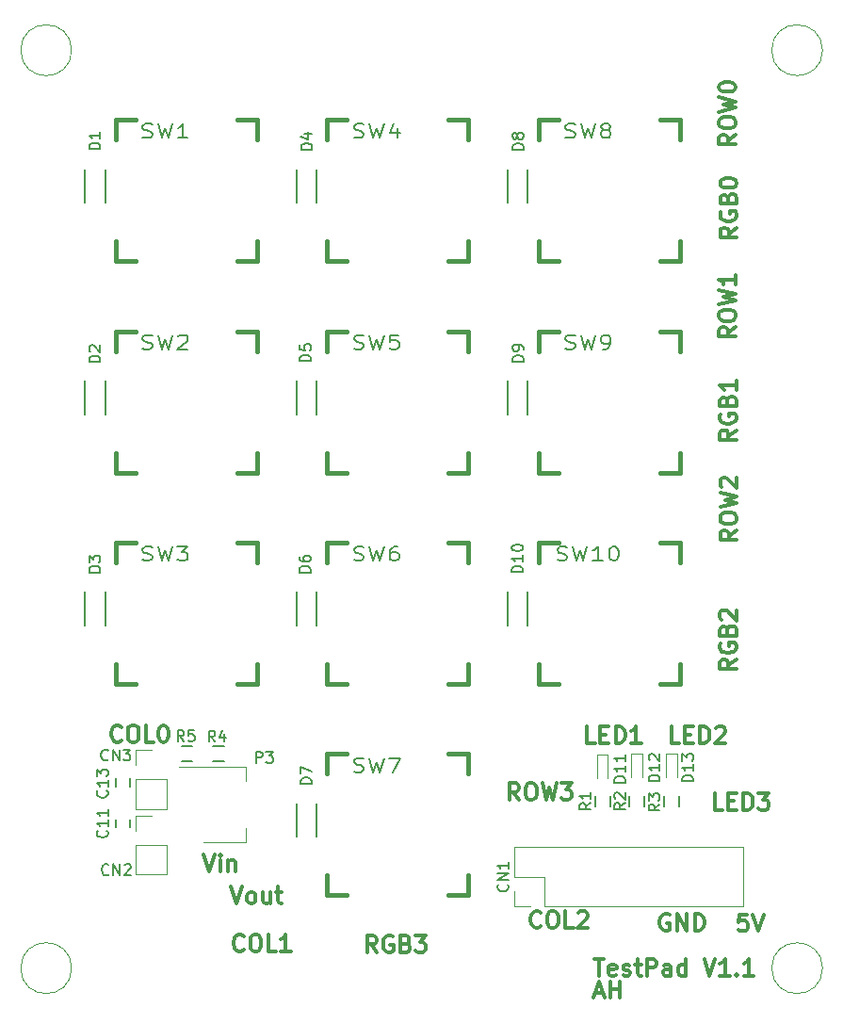
<source format=gbr>
G04 #@! TF.FileFunction,Legend,Top*
%FSLAX46Y46*%
G04 Gerber Fmt 4.6, Leading zero omitted, Abs format (unit mm)*
G04 Created by KiCad (PCBNEW 4.0.5-e0-6337~49~ubuntu16.04.1) date Tue Jan  3 12:00:36 2017*
%MOMM*%
%LPD*%
G01*
G04 APERTURE LIST*
%ADD10C,0.100000*%
%ADD11C,0.300000*%
%ADD12C,0.150000*%
%ADD13C,0.120000*%
%ADD14C,0.381000*%
%ADD15C,0.203200*%
G04 APERTURE END LIST*
D10*
D11*
X163557143Y-122050000D02*
X164271429Y-122050000D01*
X163414286Y-122478571D02*
X163914286Y-120978571D01*
X164414286Y-122478571D01*
X164914286Y-122478571D02*
X164914286Y-120978571D01*
X164914286Y-121692857D02*
X165771429Y-121692857D01*
X165771429Y-122478571D02*
X165771429Y-120978571D01*
X163485715Y-118978571D02*
X164342858Y-118978571D01*
X163914287Y-120478571D02*
X163914287Y-118978571D01*
X165414286Y-120407143D02*
X165271429Y-120478571D01*
X164985715Y-120478571D01*
X164842858Y-120407143D01*
X164771429Y-120264286D01*
X164771429Y-119692857D01*
X164842858Y-119550000D01*
X164985715Y-119478571D01*
X165271429Y-119478571D01*
X165414286Y-119550000D01*
X165485715Y-119692857D01*
X165485715Y-119835714D01*
X164771429Y-119978571D01*
X166057143Y-120407143D02*
X166200000Y-120478571D01*
X166485715Y-120478571D01*
X166628572Y-120407143D01*
X166700000Y-120264286D01*
X166700000Y-120192857D01*
X166628572Y-120050000D01*
X166485715Y-119978571D01*
X166271429Y-119978571D01*
X166128572Y-119907143D01*
X166057143Y-119764286D01*
X166057143Y-119692857D01*
X166128572Y-119550000D01*
X166271429Y-119478571D01*
X166485715Y-119478571D01*
X166628572Y-119550000D01*
X167128572Y-119478571D02*
X167700001Y-119478571D01*
X167342858Y-118978571D02*
X167342858Y-120264286D01*
X167414286Y-120407143D01*
X167557144Y-120478571D01*
X167700001Y-120478571D01*
X168200001Y-120478571D02*
X168200001Y-118978571D01*
X168771429Y-118978571D01*
X168914287Y-119050000D01*
X168985715Y-119121429D01*
X169057144Y-119264286D01*
X169057144Y-119478571D01*
X168985715Y-119621429D01*
X168914287Y-119692857D01*
X168771429Y-119764286D01*
X168200001Y-119764286D01*
X170342858Y-120478571D02*
X170342858Y-119692857D01*
X170271429Y-119550000D01*
X170128572Y-119478571D01*
X169842858Y-119478571D01*
X169700001Y-119550000D01*
X170342858Y-120407143D02*
X170200001Y-120478571D01*
X169842858Y-120478571D01*
X169700001Y-120407143D01*
X169628572Y-120264286D01*
X169628572Y-120121429D01*
X169700001Y-119978571D01*
X169842858Y-119907143D01*
X170200001Y-119907143D01*
X170342858Y-119835714D01*
X171700001Y-120478571D02*
X171700001Y-118978571D01*
X171700001Y-120407143D02*
X171557144Y-120478571D01*
X171271430Y-120478571D01*
X171128572Y-120407143D01*
X171057144Y-120335714D01*
X170985715Y-120192857D01*
X170985715Y-119764286D01*
X171057144Y-119621429D01*
X171128572Y-119550000D01*
X171271430Y-119478571D01*
X171557144Y-119478571D01*
X171700001Y-119550000D01*
X173342858Y-118978571D02*
X173842858Y-120478571D01*
X174342858Y-118978571D01*
X175628572Y-120478571D02*
X174771429Y-120478571D01*
X175200001Y-120478571D02*
X175200001Y-118978571D01*
X175057144Y-119192857D01*
X174914286Y-119335714D01*
X174771429Y-119407143D01*
X176271429Y-120335714D02*
X176342857Y-120407143D01*
X176271429Y-120478571D01*
X176200000Y-120407143D01*
X176271429Y-120335714D01*
X176271429Y-120478571D01*
X177771429Y-120478571D02*
X176914286Y-120478571D01*
X177342858Y-120478571D02*
X177342858Y-118978571D01*
X177200001Y-119192857D01*
X177057143Y-119335714D01*
X176914286Y-119407143D01*
X176178571Y-44892857D02*
X175464286Y-45392857D01*
X176178571Y-45750000D02*
X174678571Y-45750000D01*
X174678571Y-45178572D01*
X174750000Y-45035714D01*
X174821429Y-44964286D01*
X174964286Y-44892857D01*
X175178571Y-44892857D01*
X175321429Y-44964286D01*
X175392857Y-45035714D01*
X175464286Y-45178572D01*
X175464286Y-45750000D01*
X174678571Y-43964286D02*
X174678571Y-43678572D01*
X174750000Y-43535714D01*
X174892857Y-43392857D01*
X175178571Y-43321429D01*
X175678571Y-43321429D01*
X175964286Y-43392857D01*
X176107143Y-43535714D01*
X176178571Y-43678572D01*
X176178571Y-43964286D01*
X176107143Y-44107143D01*
X175964286Y-44250000D01*
X175678571Y-44321429D01*
X175178571Y-44321429D01*
X174892857Y-44250000D01*
X174750000Y-44107143D01*
X174678571Y-43964286D01*
X174678571Y-42821428D02*
X176178571Y-42464285D01*
X175107143Y-42178571D01*
X176178571Y-41892857D01*
X174678571Y-41535714D01*
X174678571Y-40678571D02*
X174678571Y-40535714D01*
X174750000Y-40392857D01*
X174821429Y-40321428D01*
X174964286Y-40249999D01*
X175250000Y-40178571D01*
X175607143Y-40178571D01*
X175892857Y-40249999D01*
X176035714Y-40321428D01*
X176107143Y-40392857D01*
X176178571Y-40535714D01*
X176178571Y-40678571D01*
X176107143Y-40821428D01*
X176035714Y-40892857D01*
X175892857Y-40964285D01*
X175607143Y-41035714D01*
X175250000Y-41035714D01*
X174964286Y-40964285D01*
X174821429Y-40892857D01*
X174750000Y-40821428D01*
X174678571Y-40678571D01*
X176278571Y-53249999D02*
X175564286Y-53749999D01*
X176278571Y-54107142D02*
X174778571Y-54107142D01*
X174778571Y-53535714D01*
X174850000Y-53392856D01*
X174921429Y-53321428D01*
X175064286Y-53249999D01*
X175278571Y-53249999D01*
X175421429Y-53321428D01*
X175492857Y-53392856D01*
X175564286Y-53535714D01*
X175564286Y-54107142D01*
X174850000Y-51821428D02*
X174778571Y-51964285D01*
X174778571Y-52178571D01*
X174850000Y-52392856D01*
X174992857Y-52535714D01*
X175135714Y-52607142D01*
X175421429Y-52678571D01*
X175635714Y-52678571D01*
X175921429Y-52607142D01*
X176064286Y-52535714D01*
X176207143Y-52392856D01*
X176278571Y-52178571D01*
X176278571Y-52035714D01*
X176207143Y-51821428D01*
X176135714Y-51749999D01*
X175635714Y-51749999D01*
X175635714Y-52035714D01*
X175492857Y-50607142D02*
X175564286Y-50392856D01*
X175635714Y-50321428D01*
X175778571Y-50249999D01*
X175992857Y-50249999D01*
X176135714Y-50321428D01*
X176207143Y-50392856D01*
X176278571Y-50535714D01*
X176278571Y-51107142D01*
X174778571Y-51107142D01*
X174778571Y-50607142D01*
X174850000Y-50464285D01*
X174921429Y-50392856D01*
X175064286Y-50321428D01*
X175207143Y-50321428D01*
X175350000Y-50392856D01*
X175421429Y-50464285D01*
X175492857Y-50607142D01*
X175492857Y-51107142D01*
X174778571Y-49321428D02*
X174778571Y-49178571D01*
X174850000Y-49035714D01*
X174921429Y-48964285D01*
X175064286Y-48892856D01*
X175350000Y-48821428D01*
X175707143Y-48821428D01*
X175992857Y-48892856D01*
X176135714Y-48964285D01*
X176207143Y-49035714D01*
X176278571Y-49178571D01*
X176278571Y-49321428D01*
X176207143Y-49464285D01*
X176135714Y-49535714D01*
X175992857Y-49607142D01*
X175707143Y-49678571D01*
X175350000Y-49678571D01*
X175064286Y-49607142D01*
X174921429Y-49535714D01*
X174850000Y-49464285D01*
X174778571Y-49321428D01*
X176178571Y-62192857D02*
X175464286Y-62692857D01*
X176178571Y-63050000D02*
X174678571Y-63050000D01*
X174678571Y-62478572D01*
X174750000Y-62335714D01*
X174821429Y-62264286D01*
X174964286Y-62192857D01*
X175178571Y-62192857D01*
X175321429Y-62264286D01*
X175392857Y-62335714D01*
X175464286Y-62478572D01*
X175464286Y-63050000D01*
X174678571Y-61264286D02*
X174678571Y-60978572D01*
X174750000Y-60835714D01*
X174892857Y-60692857D01*
X175178571Y-60621429D01*
X175678571Y-60621429D01*
X175964286Y-60692857D01*
X176107143Y-60835714D01*
X176178571Y-60978572D01*
X176178571Y-61264286D01*
X176107143Y-61407143D01*
X175964286Y-61550000D01*
X175678571Y-61621429D01*
X175178571Y-61621429D01*
X174892857Y-61550000D01*
X174750000Y-61407143D01*
X174678571Y-61264286D01*
X174678571Y-60121428D02*
X176178571Y-59764285D01*
X175107143Y-59478571D01*
X176178571Y-59192857D01*
X174678571Y-58835714D01*
X176178571Y-57478571D02*
X176178571Y-58335714D01*
X176178571Y-57907142D02*
X174678571Y-57907142D01*
X174892857Y-58049999D01*
X175035714Y-58192857D01*
X175107143Y-58335714D01*
X176228571Y-71449999D02*
X175514286Y-71949999D01*
X176228571Y-72307142D02*
X174728571Y-72307142D01*
X174728571Y-71735714D01*
X174800000Y-71592856D01*
X174871429Y-71521428D01*
X175014286Y-71449999D01*
X175228571Y-71449999D01*
X175371429Y-71521428D01*
X175442857Y-71592856D01*
X175514286Y-71735714D01*
X175514286Y-72307142D01*
X174800000Y-70021428D02*
X174728571Y-70164285D01*
X174728571Y-70378571D01*
X174800000Y-70592856D01*
X174942857Y-70735714D01*
X175085714Y-70807142D01*
X175371429Y-70878571D01*
X175585714Y-70878571D01*
X175871429Y-70807142D01*
X176014286Y-70735714D01*
X176157143Y-70592856D01*
X176228571Y-70378571D01*
X176228571Y-70235714D01*
X176157143Y-70021428D01*
X176085714Y-69949999D01*
X175585714Y-69949999D01*
X175585714Y-70235714D01*
X175442857Y-68807142D02*
X175514286Y-68592856D01*
X175585714Y-68521428D01*
X175728571Y-68449999D01*
X175942857Y-68449999D01*
X176085714Y-68521428D01*
X176157143Y-68592856D01*
X176228571Y-68735714D01*
X176228571Y-69307142D01*
X174728571Y-69307142D01*
X174728571Y-68807142D01*
X174800000Y-68664285D01*
X174871429Y-68592856D01*
X175014286Y-68521428D01*
X175157143Y-68521428D01*
X175300000Y-68592856D01*
X175371429Y-68664285D01*
X175442857Y-68807142D01*
X175442857Y-69307142D01*
X176228571Y-67021428D02*
X176228571Y-67878571D01*
X176228571Y-67449999D02*
X174728571Y-67449999D01*
X174942857Y-67592856D01*
X175085714Y-67735714D01*
X175157143Y-67878571D01*
X176278571Y-80442857D02*
X175564286Y-80942857D01*
X176278571Y-81300000D02*
X174778571Y-81300000D01*
X174778571Y-80728572D01*
X174850000Y-80585714D01*
X174921429Y-80514286D01*
X175064286Y-80442857D01*
X175278571Y-80442857D01*
X175421429Y-80514286D01*
X175492857Y-80585714D01*
X175564286Y-80728572D01*
X175564286Y-81300000D01*
X174778571Y-79514286D02*
X174778571Y-79228572D01*
X174850000Y-79085714D01*
X174992857Y-78942857D01*
X175278571Y-78871429D01*
X175778571Y-78871429D01*
X176064286Y-78942857D01*
X176207143Y-79085714D01*
X176278571Y-79228572D01*
X176278571Y-79514286D01*
X176207143Y-79657143D01*
X176064286Y-79800000D01*
X175778571Y-79871429D01*
X175278571Y-79871429D01*
X174992857Y-79800000D01*
X174850000Y-79657143D01*
X174778571Y-79514286D01*
X174778571Y-78371428D02*
X176278571Y-78014285D01*
X175207143Y-77728571D01*
X176278571Y-77442857D01*
X174778571Y-77085714D01*
X174921429Y-76585714D02*
X174850000Y-76514285D01*
X174778571Y-76371428D01*
X174778571Y-76014285D01*
X174850000Y-75871428D01*
X174921429Y-75799999D01*
X175064286Y-75728571D01*
X175207143Y-75728571D01*
X175421429Y-75799999D01*
X176278571Y-76657142D01*
X176278571Y-75728571D01*
X176228571Y-92049999D02*
X175514286Y-92549999D01*
X176228571Y-92907142D02*
X174728571Y-92907142D01*
X174728571Y-92335714D01*
X174800000Y-92192856D01*
X174871429Y-92121428D01*
X175014286Y-92049999D01*
X175228571Y-92049999D01*
X175371429Y-92121428D01*
X175442857Y-92192856D01*
X175514286Y-92335714D01*
X175514286Y-92907142D01*
X174800000Y-90621428D02*
X174728571Y-90764285D01*
X174728571Y-90978571D01*
X174800000Y-91192856D01*
X174942857Y-91335714D01*
X175085714Y-91407142D01*
X175371429Y-91478571D01*
X175585714Y-91478571D01*
X175871429Y-91407142D01*
X176014286Y-91335714D01*
X176157143Y-91192856D01*
X176228571Y-90978571D01*
X176228571Y-90835714D01*
X176157143Y-90621428D01*
X176085714Y-90549999D01*
X175585714Y-90549999D01*
X175585714Y-90835714D01*
X175442857Y-89407142D02*
X175514286Y-89192856D01*
X175585714Y-89121428D01*
X175728571Y-89049999D01*
X175942857Y-89049999D01*
X176085714Y-89121428D01*
X176157143Y-89192856D01*
X176228571Y-89335714D01*
X176228571Y-89907142D01*
X174728571Y-89907142D01*
X174728571Y-89407142D01*
X174800000Y-89264285D01*
X174871429Y-89192856D01*
X175014286Y-89121428D01*
X175157143Y-89121428D01*
X175300000Y-89192856D01*
X175371429Y-89264285D01*
X175442857Y-89407142D01*
X175442857Y-89907142D01*
X174871429Y-88478571D02*
X174800000Y-88407142D01*
X174728571Y-88264285D01*
X174728571Y-87907142D01*
X174800000Y-87764285D01*
X174871429Y-87692856D01*
X175014286Y-87621428D01*
X175157143Y-87621428D01*
X175371429Y-87692856D01*
X176228571Y-88549999D01*
X176228571Y-87621428D01*
X131957143Y-118135714D02*
X131885714Y-118207143D01*
X131671428Y-118278571D01*
X131528571Y-118278571D01*
X131314286Y-118207143D01*
X131171428Y-118064286D01*
X131100000Y-117921429D01*
X131028571Y-117635714D01*
X131028571Y-117421429D01*
X131100000Y-117135714D01*
X131171428Y-116992857D01*
X131314286Y-116850000D01*
X131528571Y-116778571D01*
X131671428Y-116778571D01*
X131885714Y-116850000D01*
X131957143Y-116921429D01*
X132885714Y-116778571D02*
X133171428Y-116778571D01*
X133314286Y-116850000D01*
X133457143Y-116992857D01*
X133528571Y-117278571D01*
X133528571Y-117778571D01*
X133457143Y-118064286D01*
X133314286Y-118207143D01*
X133171428Y-118278571D01*
X132885714Y-118278571D01*
X132742857Y-118207143D01*
X132600000Y-118064286D01*
X132528571Y-117778571D01*
X132528571Y-117278571D01*
X132600000Y-116992857D01*
X132742857Y-116850000D01*
X132885714Y-116778571D01*
X134885715Y-118278571D02*
X134171429Y-118278571D01*
X134171429Y-116778571D01*
X136171429Y-118278571D02*
X135314286Y-118278571D01*
X135742858Y-118278571D02*
X135742858Y-116778571D01*
X135600001Y-116992857D01*
X135457143Y-117135714D01*
X135314286Y-117207143D01*
X143900001Y-118378571D02*
X143400001Y-117664286D01*
X143042858Y-118378571D02*
X143042858Y-116878571D01*
X143614286Y-116878571D01*
X143757144Y-116950000D01*
X143828572Y-117021429D01*
X143900001Y-117164286D01*
X143900001Y-117378571D01*
X143828572Y-117521429D01*
X143757144Y-117592857D01*
X143614286Y-117664286D01*
X143042858Y-117664286D01*
X145328572Y-116950000D02*
X145185715Y-116878571D01*
X144971429Y-116878571D01*
X144757144Y-116950000D01*
X144614286Y-117092857D01*
X144542858Y-117235714D01*
X144471429Y-117521429D01*
X144471429Y-117735714D01*
X144542858Y-118021429D01*
X144614286Y-118164286D01*
X144757144Y-118307143D01*
X144971429Y-118378571D01*
X145114286Y-118378571D01*
X145328572Y-118307143D01*
X145400001Y-118235714D01*
X145400001Y-117735714D01*
X145114286Y-117735714D01*
X146542858Y-117592857D02*
X146757144Y-117664286D01*
X146828572Y-117735714D01*
X146900001Y-117878571D01*
X146900001Y-118092857D01*
X146828572Y-118235714D01*
X146757144Y-118307143D01*
X146614286Y-118378571D01*
X146042858Y-118378571D01*
X146042858Y-116878571D01*
X146542858Y-116878571D01*
X146685715Y-116950000D01*
X146757144Y-117021429D01*
X146828572Y-117164286D01*
X146828572Y-117307143D01*
X146757144Y-117450000D01*
X146685715Y-117521429D01*
X146542858Y-117592857D01*
X146042858Y-117592857D01*
X147400001Y-116878571D02*
X148328572Y-116878571D01*
X147828572Y-117450000D01*
X148042858Y-117450000D01*
X148185715Y-117521429D01*
X148257144Y-117592857D01*
X148328572Y-117735714D01*
X148328572Y-118092857D01*
X148257144Y-118235714D01*
X148185715Y-118307143D01*
X148042858Y-118378571D01*
X147614286Y-118378571D01*
X147471429Y-118307143D01*
X147400001Y-118235714D01*
X158657143Y-116035714D02*
X158585714Y-116107143D01*
X158371428Y-116178571D01*
X158228571Y-116178571D01*
X158014286Y-116107143D01*
X157871428Y-115964286D01*
X157800000Y-115821429D01*
X157728571Y-115535714D01*
X157728571Y-115321429D01*
X157800000Y-115035714D01*
X157871428Y-114892857D01*
X158014286Y-114750000D01*
X158228571Y-114678571D01*
X158371428Y-114678571D01*
X158585714Y-114750000D01*
X158657143Y-114821429D01*
X159585714Y-114678571D02*
X159871428Y-114678571D01*
X160014286Y-114750000D01*
X160157143Y-114892857D01*
X160228571Y-115178571D01*
X160228571Y-115678571D01*
X160157143Y-115964286D01*
X160014286Y-116107143D01*
X159871428Y-116178571D01*
X159585714Y-116178571D01*
X159442857Y-116107143D01*
X159300000Y-115964286D01*
X159228571Y-115678571D01*
X159228571Y-115178571D01*
X159300000Y-114892857D01*
X159442857Y-114750000D01*
X159585714Y-114678571D01*
X161585715Y-116178571D02*
X160871429Y-116178571D01*
X160871429Y-114678571D01*
X162014286Y-114821429D02*
X162085715Y-114750000D01*
X162228572Y-114678571D01*
X162585715Y-114678571D01*
X162728572Y-114750000D01*
X162800001Y-114821429D01*
X162871429Y-114964286D01*
X162871429Y-115107143D01*
X162800001Y-115321429D01*
X161942858Y-116178571D01*
X162871429Y-116178571D01*
X170207143Y-115000000D02*
X170064286Y-114928571D01*
X169850000Y-114928571D01*
X169635715Y-115000000D01*
X169492857Y-115142857D01*
X169421429Y-115285714D01*
X169350000Y-115571429D01*
X169350000Y-115785714D01*
X169421429Y-116071429D01*
X169492857Y-116214286D01*
X169635715Y-116357143D01*
X169850000Y-116428571D01*
X169992857Y-116428571D01*
X170207143Y-116357143D01*
X170278572Y-116285714D01*
X170278572Y-115785714D01*
X169992857Y-115785714D01*
X170921429Y-116428571D02*
X170921429Y-114928571D01*
X171778572Y-116428571D01*
X171778572Y-114928571D01*
X172492858Y-116428571D02*
X172492858Y-114928571D01*
X172850001Y-114928571D01*
X173064286Y-115000000D01*
X173207144Y-115142857D01*
X173278572Y-115285714D01*
X173350001Y-115571429D01*
X173350001Y-115785714D01*
X173278572Y-116071429D01*
X173207144Y-116214286D01*
X173064286Y-116357143D01*
X172850001Y-116428571D01*
X172492858Y-116428571D01*
X177214287Y-114978571D02*
X176500001Y-114978571D01*
X176428572Y-115692857D01*
X176500001Y-115621429D01*
X176642858Y-115550000D01*
X177000001Y-115550000D01*
X177142858Y-115621429D01*
X177214287Y-115692857D01*
X177285715Y-115835714D01*
X177285715Y-116192857D01*
X177214287Y-116335714D01*
X177142858Y-116407143D01*
X177000001Y-116478571D01*
X176642858Y-116478571D01*
X176500001Y-116407143D01*
X176428572Y-116335714D01*
X177714286Y-114978571D02*
X178214286Y-116478571D01*
X178714286Y-114978571D01*
X156707143Y-104678571D02*
X156207143Y-103964286D01*
X155850000Y-104678571D02*
X155850000Y-103178571D01*
X156421428Y-103178571D01*
X156564286Y-103250000D01*
X156635714Y-103321429D01*
X156707143Y-103464286D01*
X156707143Y-103678571D01*
X156635714Y-103821429D01*
X156564286Y-103892857D01*
X156421428Y-103964286D01*
X155850000Y-103964286D01*
X157635714Y-103178571D02*
X157921428Y-103178571D01*
X158064286Y-103250000D01*
X158207143Y-103392857D01*
X158278571Y-103678571D01*
X158278571Y-104178571D01*
X158207143Y-104464286D01*
X158064286Y-104607143D01*
X157921428Y-104678571D01*
X157635714Y-104678571D01*
X157492857Y-104607143D01*
X157350000Y-104464286D01*
X157278571Y-104178571D01*
X157278571Y-103678571D01*
X157350000Y-103392857D01*
X157492857Y-103250000D01*
X157635714Y-103178571D01*
X158778572Y-103178571D02*
X159135715Y-104678571D01*
X159421429Y-103607143D01*
X159707143Y-104678571D01*
X160064286Y-103178571D01*
X160492858Y-103178571D02*
X161421429Y-103178571D01*
X160921429Y-103750000D01*
X161135715Y-103750000D01*
X161278572Y-103821429D01*
X161350001Y-103892857D01*
X161421429Y-104035714D01*
X161421429Y-104392857D01*
X161350001Y-104535714D01*
X161278572Y-104607143D01*
X161135715Y-104678571D01*
X160707143Y-104678571D01*
X160564286Y-104607143D01*
X160492858Y-104535714D01*
X175021429Y-105578571D02*
X174307143Y-105578571D01*
X174307143Y-104078571D01*
X175521429Y-104792857D02*
X176021429Y-104792857D01*
X176235715Y-105578571D02*
X175521429Y-105578571D01*
X175521429Y-104078571D01*
X176235715Y-104078571D01*
X176878572Y-105578571D02*
X176878572Y-104078571D01*
X177235715Y-104078571D01*
X177450000Y-104150000D01*
X177592858Y-104292857D01*
X177664286Y-104435714D01*
X177735715Y-104721429D01*
X177735715Y-104935714D01*
X177664286Y-105221429D01*
X177592858Y-105364286D01*
X177450000Y-105507143D01*
X177235715Y-105578571D01*
X176878572Y-105578571D01*
X178235715Y-104078571D02*
X179164286Y-104078571D01*
X178664286Y-104650000D01*
X178878572Y-104650000D01*
X179021429Y-104721429D01*
X179092858Y-104792857D01*
X179164286Y-104935714D01*
X179164286Y-105292857D01*
X179092858Y-105435714D01*
X179021429Y-105507143D01*
X178878572Y-105578571D01*
X178450000Y-105578571D01*
X178307143Y-105507143D01*
X178235715Y-105435714D01*
X163521429Y-99578571D02*
X162807143Y-99578571D01*
X162807143Y-98078571D01*
X164021429Y-98792857D02*
X164521429Y-98792857D01*
X164735715Y-99578571D02*
X164021429Y-99578571D01*
X164021429Y-98078571D01*
X164735715Y-98078571D01*
X165378572Y-99578571D02*
X165378572Y-98078571D01*
X165735715Y-98078571D01*
X165950000Y-98150000D01*
X166092858Y-98292857D01*
X166164286Y-98435714D01*
X166235715Y-98721429D01*
X166235715Y-98935714D01*
X166164286Y-99221429D01*
X166092858Y-99364286D01*
X165950000Y-99507143D01*
X165735715Y-99578571D01*
X165378572Y-99578571D01*
X167664286Y-99578571D02*
X166807143Y-99578571D01*
X167235715Y-99578571D02*
X167235715Y-98078571D01*
X167092858Y-98292857D01*
X166950000Y-98435714D01*
X166807143Y-98507143D01*
X171121429Y-99578571D02*
X170407143Y-99578571D01*
X170407143Y-98078571D01*
X171621429Y-98792857D02*
X172121429Y-98792857D01*
X172335715Y-99578571D02*
X171621429Y-99578571D01*
X171621429Y-98078571D01*
X172335715Y-98078571D01*
X172978572Y-99578571D02*
X172978572Y-98078571D01*
X173335715Y-98078571D01*
X173550000Y-98150000D01*
X173692858Y-98292857D01*
X173764286Y-98435714D01*
X173835715Y-98721429D01*
X173835715Y-98935714D01*
X173764286Y-99221429D01*
X173692858Y-99364286D01*
X173550000Y-99507143D01*
X173335715Y-99578571D01*
X172978572Y-99578571D01*
X174407143Y-98221429D02*
X174478572Y-98150000D01*
X174621429Y-98078571D01*
X174978572Y-98078571D01*
X175121429Y-98150000D01*
X175192858Y-98221429D01*
X175264286Y-98364286D01*
X175264286Y-98507143D01*
X175192858Y-98721429D01*
X174335715Y-99578571D01*
X175264286Y-99578571D01*
X120957143Y-99335714D02*
X120885714Y-99407143D01*
X120671428Y-99478571D01*
X120528571Y-99478571D01*
X120314286Y-99407143D01*
X120171428Y-99264286D01*
X120100000Y-99121429D01*
X120028571Y-98835714D01*
X120028571Y-98621429D01*
X120100000Y-98335714D01*
X120171428Y-98192857D01*
X120314286Y-98050000D01*
X120528571Y-97978571D01*
X120671428Y-97978571D01*
X120885714Y-98050000D01*
X120957143Y-98121429D01*
X121885714Y-97978571D02*
X122171428Y-97978571D01*
X122314286Y-98050000D01*
X122457143Y-98192857D01*
X122528571Y-98478571D01*
X122528571Y-98978571D01*
X122457143Y-99264286D01*
X122314286Y-99407143D01*
X122171428Y-99478571D01*
X121885714Y-99478571D01*
X121742857Y-99407143D01*
X121600000Y-99264286D01*
X121528571Y-98978571D01*
X121528571Y-98478571D01*
X121600000Y-98192857D01*
X121742857Y-98050000D01*
X121885714Y-97978571D01*
X123885715Y-99478571D02*
X123171429Y-99478571D01*
X123171429Y-97978571D01*
X124671429Y-97978571D02*
X124814286Y-97978571D01*
X124957143Y-98050000D01*
X125028572Y-98121429D01*
X125100001Y-98264286D01*
X125171429Y-98550000D01*
X125171429Y-98907143D01*
X125100001Y-99192857D01*
X125028572Y-99335714D01*
X124957143Y-99407143D01*
X124814286Y-99478571D01*
X124671429Y-99478571D01*
X124528572Y-99407143D01*
X124457143Y-99335714D01*
X124385715Y-99192857D01*
X124314286Y-98907143D01*
X124314286Y-98550000D01*
X124385715Y-98264286D01*
X124457143Y-98121429D01*
X124528572Y-98050000D01*
X124671429Y-97978571D01*
X130814286Y-112478571D02*
X131314286Y-113978571D01*
X131814286Y-112478571D01*
X132528572Y-113978571D02*
X132385714Y-113907143D01*
X132314286Y-113835714D01*
X132242857Y-113692857D01*
X132242857Y-113264286D01*
X132314286Y-113121429D01*
X132385714Y-113050000D01*
X132528572Y-112978571D01*
X132742857Y-112978571D01*
X132885714Y-113050000D01*
X132957143Y-113121429D01*
X133028572Y-113264286D01*
X133028572Y-113692857D01*
X132957143Y-113835714D01*
X132885714Y-113907143D01*
X132742857Y-113978571D01*
X132528572Y-113978571D01*
X134314286Y-112978571D02*
X134314286Y-113978571D01*
X133671429Y-112978571D02*
X133671429Y-113764286D01*
X133742857Y-113907143D01*
X133885715Y-113978571D01*
X134100000Y-113978571D01*
X134242857Y-113907143D01*
X134314286Y-113835714D01*
X134814286Y-112978571D02*
X135385715Y-112978571D01*
X135028572Y-112478571D02*
X135028572Y-113764286D01*
X135100000Y-113907143D01*
X135242858Y-113978571D01*
X135385715Y-113978571D01*
X128364286Y-109578571D02*
X128864286Y-111078571D01*
X129364286Y-109578571D01*
X129864286Y-111078571D02*
X129864286Y-110078571D01*
X129864286Y-109578571D02*
X129792857Y-109650000D01*
X129864286Y-109721429D01*
X129935714Y-109650000D01*
X129864286Y-109578571D01*
X129864286Y-109721429D01*
X130578572Y-110078571D02*
X130578572Y-111078571D01*
X130578572Y-110221429D02*
X130650000Y-110150000D01*
X130792858Y-110078571D01*
X131007143Y-110078571D01*
X131150000Y-110150000D01*
X131221429Y-110292857D01*
X131221429Y-111078571D01*
D12*
X164875000Y-104300000D02*
X164875000Y-105300000D01*
X163525000Y-105300000D02*
X163525000Y-104300000D01*
X120500000Y-107150000D02*
X120500000Y-106450000D01*
X121700000Y-106450000D02*
X121700000Y-107150000D01*
X121700000Y-102750000D02*
X121700000Y-103450000D01*
X120500000Y-103450000D02*
X120500000Y-102750000D01*
X119500000Y-51000000D02*
X119500000Y-48000000D01*
X117700000Y-51000000D02*
X117700000Y-48000000D01*
X119500000Y-70000000D02*
X119500000Y-67000000D01*
X117700000Y-70000000D02*
X117700000Y-67000000D01*
X119500000Y-89000000D02*
X119500000Y-86000000D01*
X117700000Y-89000000D02*
X117700000Y-86000000D01*
X138500000Y-51000000D02*
X138500000Y-48000000D01*
X136700000Y-51000000D02*
X136700000Y-48000000D01*
X138500000Y-70000000D02*
X138500000Y-67000000D01*
X136700000Y-70000000D02*
X136700000Y-67000000D01*
X138500000Y-89000000D02*
X138500000Y-86000000D01*
X136700000Y-89000000D02*
X136700000Y-86000000D01*
X138500000Y-108000000D02*
X138500000Y-105000000D01*
X136700000Y-108000000D02*
X136700000Y-105000000D01*
X157500000Y-51000000D02*
X157500000Y-48000000D01*
X155700000Y-51000000D02*
X155700000Y-48000000D01*
X157500000Y-70000000D02*
X157500000Y-67000000D01*
X155700000Y-70000000D02*
X155700000Y-67000000D01*
X157500000Y-89000000D02*
X157500000Y-86000000D01*
X155700000Y-89000000D02*
X155700000Y-86000000D01*
D13*
X164700000Y-100600000D02*
X163700000Y-100600000D01*
X163700000Y-100600000D02*
X163700000Y-102700000D01*
X164700000Y-100600000D02*
X164700000Y-102700000D01*
X167800000Y-100500000D02*
X166800000Y-100500000D01*
X166800000Y-100500000D02*
X166800000Y-102600000D01*
X167800000Y-100500000D02*
X167800000Y-102600000D01*
X170900000Y-100500000D02*
X169900000Y-100500000D01*
X169900000Y-100500000D02*
X169900000Y-102600000D01*
X170900000Y-100500000D02*
X170900000Y-102600000D01*
X132110000Y-108510000D02*
X132110000Y-107250000D01*
X132110000Y-101690000D02*
X132110000Y-102950000D01*
X128350000Y-108510000D02*
X132110000Y-108510000D01*
X126100000Y-101690000D02*
X132110000Y-101690000D01*
D12*
X167975000Y-104300000D02*
X167975000Y-105300000D01*
X166625000Y-105300000D02*
X166625000Y-104300000D01*
X171075000Y-104300000D02*
X171075000Y-105300000D01*
X169725000Y-105300000D02*
X169725000Y-104300000D01*
X129200000Y-99825000D02*
X130200000Y-99825000D01*
X130200000Y-101175000D02*
X129200000Y-101175000D01*
X126350000Y-99825000D02*
X127350000Y-99825000D01*
X127350000Y-101175000D02*
X126350000Y-101175000D01*
D13*
X158970000Y-114240000D02*
X176870000Y-114240000D01*
X176870000Y-114240000D02*
X176870000Y-108920000D01*
X176870000Y-108920000D02*
X156310000Y-108920000D01*
X156310000Y-108920000D02*
X156310000Y-111580000D01*
X156310000Y-111580000D02*
X158970000Y-111580000D01*
X158970000Y-111580000D02*
X158970000Y-114240000D01*
X157700000Y-114240000D02*
X156310000Y-114240000D01*
X156310000Y-114240000D02*
X156310000Y-112850000D01*
X122260000Y-108730000D02*
X122260000Y-111390000D01*
X122260000Y-111390000D02*
X125040000Y-111390000D01*
X125040000Y-111390000D02*
X125040000Y-108730000D01*
X125040000Y-108730000D02*
X122260000Y-108730000D01*
X122260000Y-107460000D02*
X122260000Y-106070000D01*
X122260000Y-106070000D02*
X123650000Y-106070000D01*
X122260000Y-102830000D02*
X122260000Y-105490000D01*
X122260000Y-105490000D02*
X125040000Y-105490000D01*
X125040000Y-105490000D02*
X125040000Y-102830000D01*
X125040000Y-102830000D02*
X122260000Y-102830000D01*
X122260000Y-101560000D02*
X122260000Y-100170000D01*
X122260000Y-100170000D02*
X123650000Y-100170000D01*
X116486000Y-37300000D02*
G75*
G03X116486000Y-37300000I-2286000J0D01*
G01*
X116486000Y-119800000D02*
G75*
G03X116486000Y-119800000I-2286000J0D01*
G01*
X183986000Y-119800000D02*
G75*
G03X183986000Y-119800000I-2286000J0D01*
G01*
X183986000Y-37300000D02*
G75*
G03X183986000Y-37300000I-2286000J0D01*
G01*
D14*
X158450000Y-62550000D02*
X160228000Y-62550000D01*
X169372000Y-62550000D02*
X171150000Y-62550000D01*
X171150000Y-62550000D02*
X171150000Y-64328000D01*
X171150000Y-73472000D02*
X171150000Y-75250000D01*
X171150000Y-75250000D02*
X169372000Y-75250000D01*
X160228000Y-75250000D02*
X158450000Y-75250000D01*
X158450000Y-75250000D02*
X158450000Y-73472000D01*
X158450000Y-64328000D02*
X158450000Y-62550000D01*
X139450000Y-62550000D02*
X141228000Y-62550000D01*
X150372000Y-62550000D02*
X152150000Y-62550000D01*
X152150000Y-62550000D02*
X152150000Y-64328000D01*
X152150000Y-73472000D02*
X152150000Y-75250000D01*
X152150000Y-75250000D02*
X150372000Y-75250000D01*
X141228000Y-75250000D02*
X139450000Y-75250000D01*
X139450000Y-75250000D02*
X139450000Y-73472000D01*
X139450000Y-64328000D02*
X139450000Y-62550000D01*
X120450000Y-62550000D02*
X122228000Y-62550000D01*
X131372000Y-62550000D02*
X133150000Y-62550000D01*
X133150000Y-62550000D02*
X133150000Y-64328000D01*
X133150000Y-73472000D02*
X133150000Y-75250000D01*
X133150000Y-75250000D02*
X131372000Y-75250000D01*
X122228000Y-75250000D02*
X120450000Y-75250000D01*
X120450000Y-75250000D02*
X120450000Y-73472000D01*
X120450000Y-64328000D02*
X120450000Y-62550000D01*
X120450000Y-43550000D02*
X122228000Y-43550000D01*
X131372000Y-43550000D02*
X133150000Y-43550000D01*
X133150000Y-43550000D02*
X133150000Y-45328000D01*
X133150000Y-54472000D02*
X133150000Y-56250000D01*
X133150000Y-56250000D02*
X131372000Y-56250000D01*
X122228000Y-56250000D02*
X120450000Y-56250000D01*
X120450000Y-56250000D02*
X120450000Y-54472000D01*
X120450000Y-45328000D02*
X120450000Y-43550000D01*
X139450000Y-43550000D02*
X141228000Y-43550000D01*
X150372000Y-43550000D02*
X152150000Y-43550000D01*
X152150000Y-43550000D02*
X152150000Y-45328000D01*
X152150000Y-54472000D02*
X152150000Y-56250000D01*
X152150000Y-56250000D02*
X150372000Y-56250000D01*
X141228000Y-56250000D02*
X139450000Y-56250000D01*
X139450000Y-56250000D02*
X139450000Y-54472000D01*
X139450000Y-45328000D02*
X139450000Y-43550000D01*
X158450000Y-43550000D02*
X160228000Y-43550000D01*
X169372000Y-43550000D02*
X171150000Y-43550000D01*
X171150000Y-43550000D02*
X171150000Y-45328000D01*
X171150000Y-54472000D02*
X171150000Y-56250000D01*
X171150000Y-56250000D02*
X169372000Y-56250000D01*
X160228000Y-56250000D02*
X158450000Y-56250000D01*
X158450000Y-56250000D02*
X158450000Y-54472000D01*
X158450000Y-45328000D02*
X158450000Y-43550000D01*
X158450000Y-81550000D02*
X160228000Y-81550000D01*
X169372000Y-81550000D02*
X171150000Y-81550000D01*
X171150000Y-81550000D02*
X171150000Y-83328000D01*
X171150000Y-92472000D02*
X171150000Y-94250000D01*
X171150000Y-94250000D02*
X169372000Y-94250000D01*
X160228000Y-94250000D02*
X158450000Y-94250000D01*
X158450000Y-94250000D02*
X158450000Y-92472000D01*
X158450000Y-83328000D02*
X158450000Y-81550000D01*
X139450000Y-81550000D02*
X141228000Y-81550000D01*
X150372000Y-81550000D02*
X152150000Y-81550000D01*
X152150000Y-81550000D02*
X152150000Y-83328000D01*
X152150000Y-92472000D02*
X152150000Y-94250000D01*
X152150000Y-94250000D02*
X150372000Y-94250000D01*
X141228000Y-94250000D02*
X139450000Y-94250000D01*
X139450000Y-94250000D02*
X139450000Y-92472000D01*
X139450000Y-83328000D02*
X139450000Y-81550000D01*
X120450000Y-81550000D02*
X122228000Y-81550000D01*
X131372000Y-81550000D02*
X133150000Y-81550000D01*
X133150000Y-81550000D02*
X133150000Y-83328000D01*
X133150000Y-92472000D02*
X133150000Y-94250000D01*
X133150000Y-94250000D02*
X131372000Y-94250000D01*
X122228000Y-94250000D02*
X120450000Y-94250000D01*
X120450000Y-94250000D02*
X120450000Y-92472000D01*
X120450000Y-83328000D02*
X120450000Y-81550000D01*
X139450000Y-100550000D02*
X141228000Y-100550000D01*
X150372000Y-100550000D02*
X152150000Y-100550000D01*
X152150000Y-100550000D02*
X152150000Y-102328000D01*
X152150000Y-111472000D02*
X152150000Y-113250000D01*
X152150000Y-113250000D02*
X150372000Y-113250000D01*
X141228000Y-113250000D02*
X139450000Y-113250000D01*
X139450000Y-113250000D02*
X139450000Y-111472000D01*
X139450000Y-102328000D02*
X139450000Y-100550000D01*
D12*
X163152381Y-104966666D02*
X162676190Y-105300000D01*
X163152381Y-105538095D02*
X162152381Y-105538095D01*
X162152381Y-105157142D01*
X162200000Y-105061904D01*
X162247619Y-105014285D01*
X162342857Y-104966666D01*
X162485714Y-104966666D01*
X162580952Y-105014285D01*
X162628571Y-105061904D01*
X162676190Y-105157142D01*
X162676190Y-105538095D01*
X163152381Y-104014285D02*
X163152381Y-104585714D01*
X163152381Y-104300000D02*
X162152381Y-104300000D01*
X162295238Y-104395238D01*
X162390476Y-104490476D01*
X162438095Y-104585714D01*
X119657143Y-107442857D02*
X119704762Y-107490476D01*
X119752381Y-107633333D01*
X119752381Y-107728571D01*
X119704762Y-107871429D01*
X119609524Y-107966667D01*
X119514286Y-108014286D01*
X119323810Y-108061905D01*
X119180952Y-108061905D01*
X118990476Y-108014286D01*
X118895238Y-107966667D01*
X118800000Y-107871429D01*
X118752381Y-107728571D01*
X118752381Y-107633333D01*
X118800000Y-107490476D01*
X118847619Y-107442857D01*
X119752381Y-106490476D02*
X119752381Y-107061905D01*
X119752381Y-106776191D02*
X118752381Y-106776191D01*
X118895238Y-106871429D01*
X118990476Y-106966667D01*
X119038095Y-107061905D01*
X119752381Y-105538095D02*
X119752381Y-106109524D01*
X119752381Y-105823810D02*
X118752381Y-105823810D01*
X118895238Y-105919048D01*
X118990476Y-106014286D01*
X119038095Y-106109524D01*
X119657143Y-103842857D02*
X119704762Y-103890476D01*
X119752381Y-104033333D01*
X119752381Y-104128571D01*
X119704762Y-104271429D01*
X119609524Y-104366667D01*
X119514286Y-104414286D01*
X119323810Y-104461905D01*
X119180952Y-104461905D01*
X118990476Y-104414286D01*
X118895238Y-104366667D01*
X118800000Y-104271429D01*
X118752381Y-104128571D01*
X118752381Y-104033333D01*
X118800000Y-103890476D01*
X118847619Y-103842857D01*
X119752381Y-102890476D02*
X119752381Y-103461905D01*
X119752381Y-103176191D02*
X118752381Y-103176191D01*
X118895238Y-103271429D01*
X118990476Y-103366667D01*
X119038095Y-103461905D01*
X118752381Y-102557143D02*
X118752381Y-101938095D01*
X119133333Y-102271429D01*
X119133333Y-102128571D01*
X119180952Y-102033333D01*
X119228571Y-101985714D01*
X119323810Y-101938095D01*
X119561905Y-101938095D01*
X119657143Y-101985714D01*
X119704762Y-102033333D01*
X119752381Y-102128571D01*
X119752381Y-102414286D01*
X119704762Y-102509524D01*
X119657143Y-102557143D01*
X119052381Y-46188095D02*
X118052381Y-46188095D01*
X118052381Y-45950000D01*
X118100000Y-45807142D01*
X118195238Y-45711904D01*
X118290476Y-45664285D01*
X118480952Y-45616666D01*
X118623810Y-45616666D01*
X118814286Y-45664285D01*
X118909524Y-45711904D01*
X119004762Y-45807142D01*
X119052381Y-45950000D01*
X119052381Y-46188095D01*
X119052381Y-44664285D02*
X119052381Y-45235714D01*
X119052381Y-44950000D02*
X118052381Y-44950000D01*
X118195238Y-45045238D01*
X118290476Y-45140476D01*
X118338095Y-45235714D01*
X119052381Y-65338095D02*
X118052381Y-65338095D01*
X118052381Y-65100000D01*
X118100000Y-64957142D01*
X118195238Y-64861904D01*
X118290476Y-64814285D01*
X118480952Y-64766666D01*
X118623810Y-64766666D01*
X118814286Y-64814285D01*
X118909524Y-64861904D01*
X119004762Y-64957142D01*
X119052381Y-65100000D01*
X119052381Y-65338095D01*
X118147619Y-64385714D02*
X118100000Y-64338095D01*
X118052381Y-64242857D01*
X118052381Y-64004761D01*
X118100000Y-63909523D01*
X118147619Y-63861904D01*
X118242857Y-63814285D01*
X118338095Y-63814285D01*
X118480952Y-63861904D01*
X119052381Y-64433333D01*
X119052381Y-63814285D01*
X119052381Y-84238095D02*
X118052381Y-84238095D01*
X118052381Y-84000000D01*
X118100000Y-83857142D01*
X118195238Y-83761904D01*
X118290476Y-83714285D01*
X118480952Y-83666666D01*
X118623810Y-83666666D01*
X118814286Y-83714285D01*
X118909524Y-83761904D01*
X119004762Y-83857142D01*
X119052381Y-84000000D01*
X119052381Y-84238095D01*
X118052381Y-83333333D02*
X118052381Y-82714285D01*
X118433333Y-83047619D01*
X118433333Y-82904761D01*
X118480952Y-82809523D01*
X118528571Y-82761904D01*
X118623810Y-82714285D01*
X118861905Y-82714285D01*
X118957143Y-82761904D01*
X119004762Y-82809523D01*
X119052381Y-82904761D01*
X119052381Y-83190476D01*
X119004762Y-83285714D01*
X118957143Y-83333333D01*
X138102381Y-46238095D02*
X137102381Y-46238095D01*
X137102381Y-46000000D01*
X137150000Y-45857142D01*
X137245238Y-45761904D01*
X137340476Y-45714285D01*
X137530952Y-45666666D01*
X137673810Y-45666666D01*
X137864286Y-45714285D01*
X137959524Y-45761904D01*
X138054762Y-45857142D01*
X138102381Y-46000000D01*
X138102381Y-46238095D01*
X137435714Y-44809523D02*
X138102381Y-44809523D01*
X137054762Y-45047619D02*
X137769048Y-45285714D01*
X137769048Y-44666666D01*
X138002381Y-65238095D02*
X137002381Y-65238095D01*
X137002381Y-65000000D01*
X137050000Y-64857142D01*
X137145238Y-64761904D01*
X137240476Y-64714285D01*
X137430952Y-64666666D01*
X137573810Y-64666666D01*
X137764286Y-64714285D01*
X137859524Y-64761904D01*
X137954762Y-64857142D01*
X138002381Y-65000000D01*
X138002381Y-65238095D01*
X137002381Y-63761904D02*
X137002381Y-64238095D01*
X137478571Y-64285714D01*
X137430952Y-64238095D01*
X137383333Y-64142857D01*
X137383333Y-63904761D01*
X137430952Y-63809523D01*
X137478571Y-63761904D01*
X137573810Y-63714285D01*
X137811905Y-63714285D01*
X137907143Y-63761904D01*
X137954762Y-63809523D01*
X138002381Y-63904761D01*
X138002381Y-64142857D01*
X137954762Y-64238095D01*
X137907143Y-64285714D01*
X137952381Y-84238095D02*
X136952381Y-84238095D01*
X136952381Y-84000000D01*
X137000000Y-83857142D01*
X137095238Y-83761904D01*
X137190476Y-83714285D01*
X137380952Y-83666666D01*
X137523810Y-83666666D01*
X137714286Y-83714285D01*
X137809524Y-83761904D01*
X137904762Y-83857142D01*
X137952381Y-84000000D01*
X137952381Y-84238095D01*
X136952381Y-82809523D02*
X136952381Y-83000000D01*
X137000000Y-83095238D01*
X137047619Y-83142857D01*
X137190476Y-83238095D01*
X137380952Y-83285714D01*
X137761905Y-83285714D01*
X137857143Y-83238095D01*
X137904762Y-83190476D01*
X137952381Y-83095238D01*
X137952381Y-82904761D01*
X137904762Y-82809523D01*
X137857143Y-82761904D01*
X137761905Y-82714285D01*
X137523810Y-82714285D01*
X137428571Y-82761904D01*
X137380952Y-82809523D01*
X137333333Y-82904761D01*
X137333333Y-83095238D01*
X137380952Y-83190476D01*
X137428571Y-83238095D01*
X137523810Y-83285714D01*
X138052381Y-103238095D02*
X137052381Y-103238095D01*
X137052381Y-103000000D01*
X137100000Y-102857142D01*
X137195238Y-102761904D01*
X137290476Y-102714285D01*
X137480952Y-102666666D01*
X137623810Y-102666666D01*
X137814286Y-102714285D01*
X137909524Y-102761904D01*
X138004762Y-102857142D01*
X138052381Y-103000000D01*
X138052381Y-103238095D01*
X137052381Y-102333333D02*
X137052381Y-101666666D01*
X138052381Y-102095238D01*
X157102381Y-46238095D02*
X156102381Y-46238095D01*
X156102381Y-46000000D01*
X156150000Y-45857142D01*
X156245238Y-45761904D01*
X156340476Y-45714285D01*
X156530952Y-45666666D01*
X156673810Y-45666666D01*
X156864286Y-45714285D01*
X156959524Y-45761904D01*
X157054762Y-45857142D01*
X157102381Y-46000000D01*
X157102381Y-46238095D01*
X156530952Y-45095238D02*
X156483333Y-45190476D01*
X156435714Y-45238095D01*
X156340476Y-45285714D01*
X156292857Y-45285714D01*
X156197619Y-45238095D01*
X156150000Y-45190476D01*
X156102381Y-45095238D01*
X156102381Y-44904761D01*
X156150000Y-44809523D01*
X156197619Y-44761904D01*
X156292857Y-44714285D01*
X156340476Y-44714285D01*
X156435714Y-44761904D01*
X156483333Y-44809523D01*
X156530952Y-44904761D01*
X156530952Y-45095238D01*
X156578571Y-45190476D01*
X156626190Y-45238095D01*
X156721429Y-45285714D01*
X156911905Y-45285714D01*
X157007143Y-45238095D01*
X157054762Y-45190476D01*
X157102381Y-45095238D01*
X157102381Y-44904761D01*
X157054762Y-44809523D01*
X157007143Y-44761904D01*
X156911905Y-44714285D01*
X156721429Y-44714285D01*
X156626190Y-44761904D01*
X156578571Y-44809523D01*
X156530952Y-44904761D01*
X157102381Y-65288095D02*
X156102381Y-65288095D01*
X156102381Y-65050000D01*
X156150000Y-64907142D01*
X156245238Y-64811904D01*
X156340476Y-64764285D01*
X156530952Y-64716666D01*
X156673810Y-64716666D01*
X156864286Y-64764285D01*
X156959524Y-64811904D01*
X157054762Y-64907142D01*
X157102381Y-65050000D01*
X157102381Y-65288095D01*
X157102381Y-64240476D02*
X157102381Y-64050000D01*
X157054762Y-63954761D01*
X157007143Y-63907142D01*
X156864286Y-63811904D01*
X156673810Y-63764285D01*
X156292857Y-63764285D01*
X156197619Y-63811904D01*
X156150000Y-63859523D01*
X156102381Y-63954761D01*
X156102381Y-64145238D01*
X156150000Y-64240476D01*
X156197619Y-64288095D01*
X156292857Y-64335714D01*
X156530952Y-64335714D01*
X156626190Y-64288095D01*
X156673810Y-64240476D01*
X156721429Y-64145238D01*
X156721429Y-63954761D01*
X156673810Y-63859523D01*
X156626190Y-63811904D01*
X156530952Y-63764285D01*
X157052381Y-84214286D02*
X156052381Y-84214286D01*
X156052381Y-83976191D01*
X156100000Y-83833333D01*
X156195238Y-83738095D01*
X156290476Y-83690476D01*
X156480952Y-83642857D01*
X156623810Y-83642857D01*
X156814286Y-83690476D01*
X156909524Y-83738095D01*
X157004762Y-83833333D01*
X157052381Y-83976191D01*
X157052381Y-84214286D01*
X157052381Y-82690476D02*
X157052381Y-83261905D01*
X157052381Y-82976191D02*
X156052381Y-82976191D01*
X156195238Y-83071429D01*
X156290476Y-83166667D01*
X156338095Y-83261905D01*
X156052381Y-82071429D02*
X156052381Y-81976190D01*
X156100000Y-81880952D01*
X156147619Y-81833333D01*
X156242857Y-81785714D01*
X156433333Y-81738095D01*
X156671429Y-81738095D01*
X156861905Y-81785714D01*
X156957143Y-81833333D01*
X157004762Y-81880952D01*
X157052381Y-81976190D01*
X157052381Y-82071429D01*
X157004762Y-82166667D01*
X156957143Y-82214286D01*
X156861905Y-82261905D01*
X156671429Y-82309524D01*
X156433333Y-82309524D01*
X156242857Y-82261905D01*
X156147619Y-82214286D01*
X156100000Y-82166667D01*
X156052381Y-82071429D01*
X166252381Y-103114286D02*
X165252381Y-103114286D01*
X165252381Y-102876191D01*
X165300000Y-102733333D01*
X165395238Y-102638095D01*
X165490476Y-102590476D01*
X165680952Y-102542857D01*
X165823810Y-102542857D01*
X166014286Y-102590476D01*
X166109524Y-102638095D01*
X166204762Y-102733333D01*
X166252381Y-102876191D01*
X166252381Y-103114286D01*
X166252381Y-101590476D02*
X166252381Y-102161905D01*
X166252381Y-101876191D02*
X165252381Y-101876191D01*
X165395238Y-101971429D01*
X165490476Y-102066667D01*
X165538095Y-102161905D01*
X166252381Y-100638095D02*
X166252381Y-101209524D01*
X166252381Y-100923810D02*
X165252381Y-100923810D01*
X165395238Y-101019048D01*
X165490476Y-101114286D01*
X165538095Y-101209524D01*
X169352381Y-103014286D02*
X168352381Y-103014286D01*
X168352381Y-102776191D01*
X168400000Y-102633333D01*
X168495238Y-102538095D01*
X168590476Y-102490476D01*
X168780952Y-102442857D01*
X168923810Y-102442857D01*
X169114286Y-102490476D01*
X169209524Y-102538095D01*
X169304762Y-102633333D01*
X169352381Y-102776191D01*
X169352381Y-103014286D01*
X169352381Y-101490476D02*
X169352381Y-102061905D01*
X169352381Y-101776191D02*
X168352381Y-101776191D01*
X168495238Y-101871429D01*
X168590476Y-101966667D01*
X168638095Y-102061905D01*
X168447619Y-101109524D02*
X168400000Y-101061905D01*
X168352381Y-100966667D01*
X168352381Y-100728571D01*
X168400000Y-100633333D01*
X168447619Y-100585714D01*
X168542857Y-100538095D01*
X168638095Y-100538095D01*
X168780952Y-100585714D01*
X169352381Y-101157143D01*
X169352381Y-100538095D01*
X172352381Y-103014286D02*
X171352381Y-103014286D01*
X171352381Y-102776191D01*
X171400000Y-102633333D01*
X171495238Y-102538095D01*
X171590476Y-102490476D01*
X171780952Y-102442857D01*
X171923810Y-102442857D01*
X172114286Y-102490476D01*
X172209524Y-102538095D01*
X172304762Y-102633333D01*
X172352381Y-102776191D01*
X172352381Y-103014286D01*
X172352381Y-101490476D02*
X172352381Y-102061905D01*
X172352381Y-101776191D02*
X171352381Y-101776191D01*
X171495238Y-101871429D01*
X171590476Y-101966667D01*
X171638095Y-102061905D01*
X171352381Y-101157143D02*
X171352381Y-100538095D01*
X171733333Y-100871429D01*
X171733333Y-100728571D01*
X171780952Y-100633333D01*
X171828571Y-100585714D01*
X171923810Y-100538095D01*
X172161905Y-100538095D01*
X172257143Y-100585714D01*
X172304762Y-100633333D01*
X172352381Y-100728571D01*
X172352381Y-101014286D01*
X172304762Y-101109524D01*
X172257143Y-101157143D01*
X133061905Y-101352381D02*
X133061905Y-100352381D01*
X133442858Y-100352381D01*
X133538096Y-100400000D01*
X133585715Y-100447619D01*
X133633334Y-100542857D01*
X133633334Y-100685714D01*
X133585715Y-100780952D01*
X133538096Y-100828571D01*
X133442858Y-100876190D01*
X133061905Y-100876190D01*
X133966667Y-100352381D02*
X134585715Y-100352381D01*
X134252381Y-100733333D01*
X134395239Y-100733333D01*
X134490477Y-100780952D01*
X134538096Y-100828571D01*
X134585715Y-100923810D01*
X134585715Y-101161905D01*
X134538096Y-101257143D01*
X134490477Y-101304762D01*
X134395239Y-101352381D01*
X134109524Y-101352381D01*
X134014286Y-101304762D01*
X133966667Y-101257143D01*
X166252381Y-104966666D02*
X165776190Y-105300000D01*
X166252381Y-105538095D02*
X165252381Y-105538095D01*
X165252381Y-105157142D01*
X165300000Y-105061904D01*
X165347619Y-105014285D01*
X165442857Y-104966666D01*
X165585714Y-104966666D01*
X165680952Y-105014285D01*
X165728571Y-105061904D01*
X165776190Y-105157142D01*
X165776190Y-105538095D01*
X165347619Y-104585714D02*
X165300000Y-104538095D01*
X165252381Y-104442857D01*
X165252381Y-104204761D01*
X165300000Y-104109523D01*
X165347619Y-104061904D01*
X165442857Y-104014285D01*
X165538095Y-104014285D01*
X165680952Y-104061904D01*
X166252381Y-104633333D01*
X166252381Y-104014285D01*
X169352381Y-105066666D02*
X168876190Y-105400000D01*
X169352381Y-105638095D02*
X168352381Y-105638095D01*
X168352381Y-105257142D01*
X168400000Y-105161904D01*
X168447619Y-105114285D01*
X168542857Y-105066666D01*
X168685714Y-105066666D01*
X168780952Y-105114285D01*
X168828571Y-105161904D01*
X168876190Y-105257142D01*
X168876190Y-105638095D01*
X168352381Y-104733333D02*
X168352381Y-104114285D01*
X168733333Y-104447619D01*
X168733333Y-104304761D01*
X168780952Y-104209523D01*
X168828571Y-104161904D01*
X168923810Y-104114285D01*
X169161905Y-104114285D01*
X169257143Y-104161904D01*
X169304762Y-104209523D01*
X169352381Y-104304761D01*
X169352381Y-104590476D01*
X169304762Y-104685714D01*
X169257143Y-104733333D01*
X129383334Y-99452381D02*
X129050000Y-98976190D01*
X128811905Y-99452381D02*
X128811905Y-98452381D01*
X129192858Y-98452381D01*
X129288096Y-98500000D01*
X129335715Y-98547619D01*
X129383334Y-98642857D01*
X129383334Y-98785714D01*
X129335715Y-98880952D01*
X129288096Y-98928571D01*
X129192858Y-98976190D01*
X128811905Y-98976190D01*
X130240477Y-98785714D02*
X130240477Y-99452381D01*
X130002381Y-98404762D02*
X129764286Y-99119048D01*
X130383334Y-99119048D01*
X126583334Y-99402381D02*
X126250000Y-98926190D01*
X126011905Y-99402381D02*
X126011905Y-98402381D01*
X126392858Y-98402381D01*
X126488096Y-98450000D01*
X126535715Y-98497619D01*
X126583334Y-98592857D01*
X126583334Y-98735714D01*
X126535715Y-98830952D01*
X126488096Y-98878571D01*
X126392858Y-98926190D01*
X126011905Y-98926190D01*
X127488096Y-98402381D02*
X127011905Y-98402381D01*
X126964286Y-98878571D01*
X127011905Y-98830952D01*
X127107143Y-98783333D01*
X127345239Y-98783333D01*
X127440477Y-98830952D01*
X127488096Y-98878571D01*
X127535715Y-98973810D01*
X127535715Y-99211905D01*
X127488096Y-99307143D01*
X127440477Y-99354762D01*
X127345239Y-99402381D01*
X127107143Y-99402381D01*
X127011905Y-99354762D01*
X126964286Y-99307143D01*
X155667143Y-112270476D02*
X155714762Y-112318095D01*
X155762381Y-112460952D01*
X155762381Y-112556190D01*
X155714762Y-112699048D01*
X155619524Y-112794286D01*
X155524286Y-112841905D01*
X155333810Y-112889524D01*
X155190952Y-112889524D01*
X155000476Y-112841905D01*
X154905238Y-112794286D01*
X154810000Y-112699048D01*
X154762381Y-112556190D01*
X154762381Y-112460952D01*
X154810000Y-112318095D01*
X154857619Y-112270476D01*
X155762381Y-111841905D02*
X154762381Y-111841905D01*
X155762381Y-111270476D01*
X154762381Y-111270476D01*
X155762381Y-110270476D02*
X155762381Y-110841905D01*
X155762381Y-110556191D02*
X154762381Y-110556191D01*
X154905238Y-110651429D01*
X155000476Y-110746667D01*
X155048095Y-110841905D01*
X119809524Y-111357143D02*
X119761905Y-111404762D01*
X119619048Y-111452381D01*
X119523810Y-111452381D01*
X119380952Y-111404762D01*
X119285714Y-111309524D01*
X119238095Y-111214286D01*
X119190476Y-111023810D01*
X119190476Y-110880952D01*
X119238095Y-110690476D01*
X119285714Y-110595238D01*
X119380952Y-110500000D01*
X119523810Y-110452381D01*
X119619048Y-110452381D01*
X119761905Y-110500000D01*
X119809524Y-110547619D01*
X120238095Y-111452381D02*
X120238095Y-110452381D01*
X120809524Y-111452381D01*
X120809524Y-110452381D01*
X121238095Y-110547619D02*
X121285714Y-110500000D01*
X121380952Y-110452381D01*
X121619048Y-110452381D01*
X121714286Y-110500000D01*
X121761905Y-110547619D01*
X121809524Y-110642857D01*
X121809524Y-110738095D01*
X121761905Y-110880952D01*
X121190476Y-111452381D01*
X121809524Y-111452381D01*
X119759524Y-101057143D02*
X119711905Y-101104762D01*
X119569048Y-101152381D01*
X119473810Y-101152381D01*
X119330952Y-101104762D01*
X119235714Y-101009524D01*
X119188095Y-100914286D01*
X119140476Y-100723810D01*
X119140476Y-100580952D01*
X119188095Y-100390476D01*
X119235714Y-100295238D01*
X119330952Y-100200000D01*
X119473810Y-100152381D01*
X119569048Y-100152381D01*
X119711905Y-100200000D01*
X119759524Y-100247619D01*
X120188095Y-101152381D02*
X120188095Y-100152381D01*
X120759524Y-101152381D01*
X120759524Y-100152381D01*
X121140476Y-100152381D02*
X121759524Y-100152381D01*
X121426190Y-100533333D01*
X121569048Y-100533333D01*
X121664286Y-100580952D01*
X121711905Y-100628571D01*
X121759524Y-100723810D01*
X121759524Y-100961905D01*
X121711905Y-101057143D01*
X121664286Y-101104762D01*
X121569048Y-101152381D01*
X121283333Y-101152381D01*
X121188095Y-101104762D01*
X121140476Y-101057143D01*
D15*
X160868000Y-64114048D02*
X161085714Y-64174524D01*
X161448571Y-64174524D01*
X161593714Y-64114048D01*
X161666285Y-64053571D01*
X161738857Y-63932619D01*
X161738857Y-63811667D01*
X161666285Y-63690714D01*
X161593714Y-63630238D01*
X161448571Y-63569762D01*
X161158285Y-63509286D01*
X161013143Y-63448810D01*
X160940571Y-63388333D01*
X160868000Y-63267381D01*
X160868000Y-63146429D01*
X160940571Y-63025476D01*
X161013143Y-62965000D01*
X161158285Y-62904524D01*
X161521143Y-62904524D01*
X161738857Y-62965000D01*
X162246857Y-62904524D02*
X162609714Y-64174524D01*
X162900000Y-63267381D01*
X163190286Y-64174524D01*
X163553143Y-62904524D01*
X164206286Y-64174524D02*
X164496571Y-64174524D01*
X164641714Y-64114048D01*
X164714286Y-64053571D01*
X164859428Y-63872143D01*
X164932000Y-63630238D01*
X164932000Y-63146429D01*
X164859428Y-63025476D01*
X164786857Y-62965000D01*
X164641714Y-62904524D01*
X164351428Y-62904524D01*
X164206286Y-62965000D01*
X164133714Y-63025476D01*
X164061143Y-63146429D01*
X164061143Y-63448810D01*
X164133714Y-63569762D01*
X164206286Y-63630238D01*
X164351428Y-63690714D01*
X164641714Y-63690714D01*
X164786857Y-63630238D01*
X164859428Y-63569762D01*
X164932000Y-63448810D01*
X141868000Y-64114048D02*
X142085714Y-64174524D01*
X142448571Y-64174524D01*
X142593714Y-64114048D01*
X142666285Y-64053571D01*
X142738857Y-63932619D01*
X142738857Y-63811667D01*
X142666285Y-63690714D01*
X142593714Y-63630238D01*
X142448571Y-63569762D01*
X142158285Y-63509286D01*
X142013143Y-63448810D01*
X141940571Y-63388333D01*
X141868000Y-63267381D01*
X141868000Y-63146429D01*
X141940571Y-63025476D01*
X142013143Y-62965000D01*
X142158285Y-62904524D01*
X142521143Y-62904524D01*
X142738857Y-62965000D01*
X143246857Y-62904524D02*
X143609714Y-64174524D01*
X143900000Y-63267381D01*
X144190286Y-64174524D01*
X144553143Y-62904524D01*
X145859428Y-62904524D02*
X145133714Y-62904524D01*
X145061143Y-63509286D01*
X145133714Y-63448810D01*
X145278857Y-63388333D01*
X145641714Y-63388333D01*
X145786857Y-63448810D01*
X145859428Y-63509286D01*
X145932000Y-63630238D01*
X145932000Y-63932619D01*
X145859428Y-64053571D01*
X145786857Y-64114048D01*
X145641714Y-64174524D01*
X145278857Y-64174524D01*
X145133714Y-64114048D01*
X145061143Y-64053571D01*
X122868000Y-64114048D02*
X123085714Y-64174524D01*
X123448571Y-64174524D01*
X123593714Y-64114048D01*
X123666285Y-64053571D01*
X123738857Y-63932619D01*
X123738857Y-63811667D01*
X123666285Y-63690714D01*
X123593714Y-63630238D01*
X123448571Y-63569762D01*
X123158285Y-63509286D01*
X123013143Y-63448810D01*
X122940571Y-63388333D01*
X122868000Y-63267381D01*
X122868000Y-63146429D01*
X122940571Y-63025476D01*
X123013143Y-62965000D01*
X123158285Y-62904524D01*
X123521143Y-62904524D01*
X123738857Y-62965000D01*
X124246857Y-62904524D02*
X124609714Y-64174524D01*
X124900000Y-63267381D01*
X125190286Y-64174524D01*
X125553143Y-62904524D01*
X126061143Y-63025476D02*
X126133714Y-62965000D01*
X126278857Y-62904524D01*
X126641714Y-62904524D01*
X126786857Y-62965000D01*
X126859428Y-63025476D01*
X126932000Y-63146429D01*
X126932000Y-63267381D01*
X126859428Y-63448810D01*
X125988571Y-64174524D01*
X126932000Y-64174524D01*
X122868000Y-45114048D02*
X123085714Y-45174524D01*
X123448571Y-45174524D01*
X123593714Y-45114048D01*
X123666285Y-45053571D01*
X123738857Y-44932619D01*
X123738857Y-44811667D01*
X123666285Y-44690714D01*
X123593714Y-44630238D01*
X123448571Y-44569762D01*
X123158285Y-44509286D01*
X123013143Y-44448810D01*
X122940571Y-44388333D01*
X122868000Y-44267381D01*
X122868000Y-44146429D01*
X122940571Y-44025476D01*
X123013143Y-43965000D01*
X123158285Y-43904524D01*
X123521143Y-43904524D01*
X123738857Y-43965000D01*
X124246857Y-43904524D02*
X124609714Y-45174524D01*
X124900000Y-44267381D01*
X125190286Y-45174524D01*
X125553143Y-43904524D01*
X126932000Y-45174524D02*
X126061143Y-45174524D01*
X126496571Y-45174524D02*
X126496571Y-43904524D01*
X126351428Y-44085952D01*
X126206286Y-44206905D01*
X126061143Y-44267381D01*
X141868000Y-45114048D02*
X142085714Y-45174524D01*
X142448571Y-45174524D01*
X142593714Y-45114048D01*
X142666285Y-45053571D01*
X142738857Y-44932619D01*
X142738857Y-44811667D01*
X142666285Y-44690714D01*
X142593714Y-44630238D01*
X142448571Y-44569762D01*
X142158285Y-44509286D01*
X142013143Y-44448810D01*
X141940571Y-44388333D01*
X141868000Y-44267381D01*
X141868000Y-44146429D01*
X141940571Y-44025476D01*
X142013143Y-43965000D01*
X142158285Y-43904524D01*
X142521143Y-43904524D01*
X142738857Y-43965000D01*
X143246857Y-43904524D02*
X143609714Y-45174524D01*
X143900000Y-44267381D01*
X144190286Y-45174524D01*
X144553143Y-43904524D01*
X145786857Y-44327857D02*
X145786857Y-45174524D01*
X145424000Y-43844048D02*
X145061143Y-44751190D01*
X146004571Y-44751190D01*
X160868000Y-45114048D02*
X161085714Y-45174524D01*
X161448571Y-45174524D01*
X161593714Y-45114048D01*
X161666285Y-45053571D01*
X161738857Y-44932619D01*
X161738857Y-44811667D01*
X161666285Y-44690714D01*
X161593714Y-44630238D01*
X161448571Y-44569762D01*
X161158285Y-44509286D01*
X161013143Y-44448810D01*
X160940571Y-44388333D01*
X160868000Y-44267381D01*
X160868000Y-44146429D01*
X160940571Y-44025476D01*
X161013143Y-43965000D01*
X161158285Y-43904524D01*
X161521143Y-43904524D01*
X161738857Y-43965000D01*
X162246857Y-43904524D02*
X162609714Y-45174524D01*
X162900000Y-44267381D01*
X163190286Y-45174524D01*
X163553143Y-43904524D01*
X164351428Y-44448810D02*
X164206286Y-44388333D01*
X164133714Y-44327857D01*
X164061143Y-44206905D01*
X164061143Y-44146429D01*
X164133714Y-44025476D01*
X164206286Y-43965000D01*
X164351428Y-43904524D01*
X164641714Y-43904524D01*
X164786857Y-43965000D01*
X164859428Y-44025476D01*
X164932000Y-44146429D01*
X164932000Y-44206905D01*
X164859428Y-44327857D01*
X164786857Y-44388333D01*
X164641714Y-44448810D01*
X164351428Y-44448810D01*
X164206286Y-44509286D01*
X164133714Y-44569762D01*
X164061143Y-44690714D01*
X164061143Y-44932619D01*
X164133714Y-45053571D01*
X164206286Y-45114048D01*
X164351428Y-45174524D01*
X164641714Y-45174524D01*
X164786857Y-45114048D01*
X164859428Y-45053571D01*
X164932000Y-44932619D01*
X164932000Y-44690714D01*
X164859428Y-44569762D01*
X164786857Y-44509286D01*
X164641714Y-44448810D01*
X160142286Y-83114048D02*
X160360000Y-83174524D01*
X160722857Y-83174524D01*
X160868000Y-83114048D01*
X160940571Y-83053571D01*
X161013143Y-82932619D01*
X161013143Y-82811667D01*
X160940571Y-82690714D01*
X160868000Y-82630238D01*
X160722857Y-82569762D01*
X160432571Y-82509286D01*
X160287429Y-82448810D01*
X160214857Y-82388333D01*
X160142286Y-82267381D01*
X160142286Y-82146429D01*
X160214857Y-82025476D01*
X160287429Y-81965000D01*
X160432571Y-81904524D01*
X160795429Y-81904524D01*
X161013143Y-81965000D01*
X161521143Y-81904524D02*
X161884000Y-83174524D01*
X162174286Y-82267381D01*
X162464572Y-83174524D01*
X162827429Y-81904524D01*
X164206286Y-83174524D02*
X163335429Y-83174524D01*
X163770857Y-83174524D02*
X163770857Y-81904524D01*
X163625714Y-82085952D01*
X163480572Y-82206905D01*
X163335429Y-82267381D01*
X165149715Y-81904524D02*
X165294858Y-81904524D01*
X165440001Y-81965000D01*
X165512572Y-82025476D01*
X165585143Y-82146429D01*
X165657715Y-82388333D01*
X165657715Y-82690714D01*
X165585143Y-82932619D01*
X165512572Y-83053571D01*
X165440001Y-83114048D01*
X165294858Y-83174524D01*
X165149715Y-83174524D01*
X165004572Y-83114048D01*
X164932001Y-83053571D01*
X164859429Y-82932619D01*
X164786858Y-82690714D01*
X164786858Y-82388333D01*
X164859429Y-82146429D01*
X164932001Y-82025476D01*
X165004572Y-81965000D01*
X165149715Y-81904524D01*
X141868000Y-83114048D02*
X142085714Y-83174524D01*
X142448571Y-83174524D01*
X142593714Y-83114048D01*
X142666285Y-83053571D01*
X142738857Y-82932619D01*
X142738857Y-82811667D01*
X142666285Y-82690714D01*
X142593714Y-82630238D01*
X142448571Y-82569762D01*
X142158285Y-82509286D01*
X142013143Y-82448810D01*
X141940571Y-82388333D01*
X141868000Y-82267381D01*
X141868000Y-82146429D01*
X141940571Y-82025476D01*
X142013143Y-81965000D01*
X142158285Y-81904524D01*
X142521143Y-81904524D01*
X142738857Y-81965000D01*
X143246857Y-81904524D02*
X143609714Y-83174524D01*
X143900000Y-82267381D01*
X144190286Y-83174524D01*
X144553143Y-81904524D01*
X145786857Y-81904524D02*
X145496571Y-81904524D01*
X145351428Y-81965000D01*
X145278857Y-82025476D01*
X145133714Y-82206905D01*
X145061143Y-82448810D01*
X145061143Y-82932619D01*
X145133714Y-83053571D01*
X145206286Y-83114048D01*
X145351428Y-83174524D01*
X145641714Y-83174524D01*
X145786857Y-83114048D01*
X145859428Y-83053571D01*
X145932000Y-82932619D01*
X145932000Y-82630238D01*
X145859428Y-82509286D01*
X145786857Y-82448810D01*
X145641714Y-82388333D01*
X145351428Y-82388333D01*
X145206286Y-82448810D01*
X145133714Y-82509286D01*
X145061143Y-82630238D01*
X122868000Y-83114048D02*
X123085714Y-83174524D01*
X123448571Y-83174524D01*
X123593714Y-83114048D01*
X123666285Y-83053571D01*
X123738857Y-82932619D01*
X123738857Y-82811667D01*
X123666285Y-82690714D01*
X123593714Y-82630238D01*
X123448571Y-82569762D01*
X123158285Y-82509286D01*
X123013143Y-82448810D01*
X122940571Y-82388333D01*
X122868000Y-82267381D01*
X122868000Y-82146429D01*
X122940571Y-82025476D01*
X123013143Y-81965000D01*
X123158285Y-81904524D01*
X123521143Y-81904524D01*
X123738857Y-81965000D01*
X124246857Y-81904524D02*
X124609714Y-83174524D01*
X124900000Y-82267381D01*
X125190286Y-83174524D01*
X125553143Y-81904524D01*
X125988571Y-81904524D02*
X126932000Y-81904524D01*
X126424000Y-82388333D01*
X126641714Y-82388333D01*
X126786857Y-82448810D01*
X126859428Y-82509286D01*
X126932000Y-82630238D01*
X126932000Y-82932619D01*
X126859428Y-83053571D01*
X126786857Y-83114048D01*
X126641714Y-83174524D01*
X126206286Y-83174524D01*
X126061143Y-83114048D01*
X125988571Y-83053571D01*
X141868000Y-102114048D02*
X142085714Y-102174524D01*
X142448571Y-102174524D01*
X142593714Y-102114048D01*
X142666285Y-102053571D01*
X142738857Y-101932619D01*
X142738857Y-101811667D01*
X142666285Y-101690714D01*
X142593714Y-101630238D01*
X142448571Y-101569762D01*
X142158285Y-101509286D01*
X142013143Y-101448810D01*
X141940571Y-101388333D01*
X141868000Y-101267381D01*
X141868000Y-101146429D01*
X141940571Y-101025476D01*
X142013143Y-100965000D01*
X142158285Y-100904524D01*
X142521143Y-100904524D01*
X142738857Y-100965000D01*
X143246857Y-100904524D02*
X143609714Y-102174524D01*
X143900000Y-101267381D01*
X144190286Y-102174524D01*
X144553143Y-100904524D01*
X144988571Y-100904524D02*
X146004571Y-100904524D01*
X145351428Y-102174524D01*
M02*

</source>
